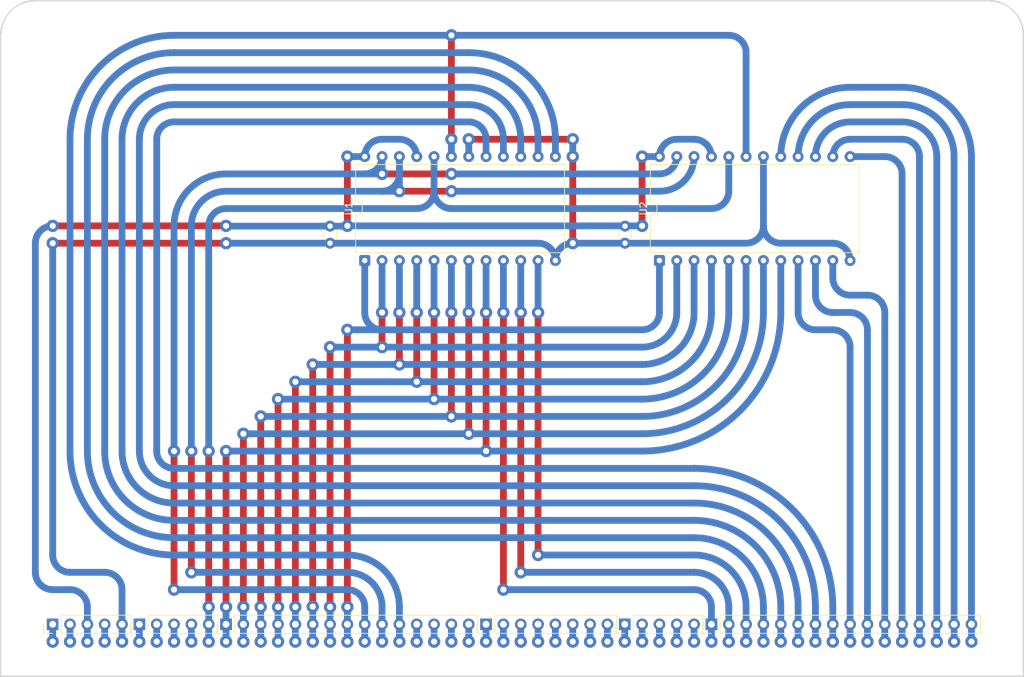
<source format=kicad_pcb>
(kicad_pcb (version 20241229) (generator "pcbnew") (generator_version "9.0")
  (layers (0 "F.Cu" signal) (2 "B.Cu" signal) (13 "F.Paste" user) (15 "B.Paste" user) (5 "F.SilkS" user "F.Silkscreen") (7 "B.SilkS" user "B.Silkscreen") (1 "F.Mask" user) (3 "B.Mask" user) (25 "Edge.Cuts" user))
  (net 0 "")
  (net 1 "GND")
  (net 2 "+5V")
  (net 3 "unconnected-(J1-Pin_1-Pad1)")
  (net 4 "unconnected-(J1-Pin_6-Pad6)")
  (net 5 "unconnected-(J1-Pin_8-Pad8)")
  (net 6 "unconnected-(J1-Pin_4-Pad4)")
  (net 7 "unconnected-(J1-Pin_3-Pad3)")
  (net 8 "unconnected-(J1-Pin_2-Pad2)")
  (net 9 "unconnected-(J1-Pin_7-Pad7)")
  (net 10 "unconnected-(J1-Pin_5-Pad5)")
  (net 11 "/AD3")
  (net 12 "/AD5")
  (net 13 "/AD6")
  (net 14 "/AD9")
  (net 15 "/AD14")
  (net 16 "/AD7")
  (net 17 "/AD8")
  (net 18 "/AD11")
  (net 19 "/AD15")
  (net 20 "/AD4")
  (net 21 "/AD12")
  (net 22 "/AD10")
  (net 23 "/AD2")
  (net 24 "/AD13")
  (net 25 "/AD1")
  (net 26 "/DA6")
  (net 27 "/DA1")
  (net 28 "/DA0")
  (net 29 "/DA3")
  (net 30 "/DA13")
  (net 31 "/DA14")
  (net 32 "/DA4")
  (net 33 "/DA10")
  (net 34 "/DA2")
  (net 35 "/DA9")
  (net 36 "/DA11")
  (net 37 "/DA12")
  (net 38 "/DA15")
  (net 39 "/DA8")
  (net 40 "/DA7")
  (net 41 "/DA5")
  (net 42 "unconnected-(J4-Pin_3-Pad3)")
  (net 43 "unconnected-(J4-Pin_4-Pad4)")
  (net 44 "unconnected-(J4-Pin_1-Pad1)")
  (net 45 "unconnected-(J4-Pin_5-Pad5)")
  (net 46 "unconnected-(J4-Pin_2-Pad2)")
  (net 47 "-12V")
  (net 48 "+12V")
  (net 49 "-5V")
  (net 50 "unconnected-(J7-Pin_1-Pad1)")
  (net 51 "unconnected-(J7-Pin_3-Pad3)")
  (net 52 "unconnected-(J7-Pin_4-Pad4)")
  (net 53 "unconnected-(J7-Pin_2-Pad2)")
  (net 54 "/ROM_OE")
  (footprint "Package_DIP:DIP-24_W15.24mm" (layer "F.Cu") (at 129.54 88.9 90)
    (property "Reference" "U1")
    (property "Value" "27C16")
  )
  (footprint "Package_DIP:DIP-24_W15.24mm" (layer "F.Cu") (at 172.72 88.9 90)
    (property "Reference" "U2")
    (property "Value" "27C16")
  )
  (footprint "Connector_PinHeader_2.54mm:PinHeader_1x05_P2.54mm_Vertical" (layer "F.Cu") (at 83.82 142.24 90)
    (property "Reference" "J5" (hide yes))
    (property "Value" "Conn_01x05_Pin" (hide yes))
  )
  (footprint "Connector_PinHeader_2.54mm:PinHeader_1x05_P2.54mm_Vertical" (layer "F.Cu") (at 96.52 142.24 90)
    (property "Reference" "J7" (hide yes))
    (property "Value" "Conn_01x05_Pin" (hide yes))
  )
  (footprint "Capacitor_THT:C_Disc_D3.0mm_W1.6mm_P2.50mm" (layer "F.Cu") (at 167.68 83.86 -90)
    (property "Reference" "C2" (hide yes))
    (property "Value" "C" (hide yes))
  )
  (footprint "Connector_PinHeader_2.54mm:PinHeader_1x05_P2.54mm_Vertical" (layer "F.Cu") (at 167.64 142.24 90)
    (property "Reference" "J4" (hide yes))
    (property "Value" "Conn_01x05_Pin" (hide yes))
  )
  (footprint "Capacitor_THT:C_Disc_D3.0mm_W1.6mm_P2.50mm" (layer "F.Cu") (at 124.46 83.86 -90)
    (property "Reference" "C1" (hide yes))
    (property "Value" "C" (hide yes))
  )
  (footprint "Connector_PinHeader_2.54mm:PinHeader_1x16_P2.54mm_Vertical" (layer "F.Cu") (at 180.34 142.24 90)
    (property "Reference" "J3" (hide yes))
    (property "Value" "Conn_01x16_Pin" (hide yes))
  )
  (footprint "Connector_PinHeader_2.54mm:PinHeader_1x15_P2.54mm_Vertical" (layer "F.Cu") (at 109.22 142.24 90)
    (property "Reference" "J2" (hide yes))
    (property "Value" "Conn_01x15_Pin" (hide yes))
  )
  (footprint "Connector_PinHeader_2.54mm:PinHeader_1x08_P2.54mm_Vertical" (layer "F.Cu") (at 147.32 142.24 90)
    (property "Reference" "J1" (hide yes))
    (property "Value" "Conn_01x08_Pin" (hide yes))
  )
  (gr_arc (start 76.2 55.88) (mid 77.687898 52.287898) (end 81.28 50.8) (stroke (width 0.2)) (layer "Edge.Cuts"))
  (gr_arc (start 220.98 50.8) (mid 224.572102 52.287898) (end 226.06 55.88) (stroke (width 0.2)) (layer "Edge.Cuts"))
  (gr_line (start 76.2 149.86) (end 226.06 149.86) (stroke (width 0.2)) (layer "Edge.Cuts"))
  (gr_line (start 226.06 149.86) (end 226.06 55.88) (stroke (width 0.2)) (layer "Edge.Cuts"))
  (gr_line (start 76.2 55.88) (end 76.2 149.86) (stroke (width 0.2)) (layer "Edge.Cuts"))
  (gr_line (start 220.98 50.8) (end 81.28 50.8) (stroke (width 0.2)) (layer "Edge.Cuts"))
  (segment (start 109.22 86.36) (end 83.82 86.36) (width 1) (layer "F.Cu") (net 1))
  (segment (start 160.02 73.66) (end 160.02 86.36) (width 1) (layer "F.Cu") (net 1))
  (segment (start 144.78 71.12) (end 160.02 71.12) (width 1) (layer "F.Cu") (net 1))
  (via (at 160.02 73.66) (size 1.8) (drill 0.9) (layers "F.Cu" "B.Cu") (net 1))
  (via (at 109.22 86.36) (size 1.8) (drill 0.9) (layers "F.Cu" "B.Cu") (net 1))
  (via (at 160.02 86.36) (size 1.8) (drill 0.9) (layers "F.Cu" "B.Cu") (net 1))
  (via (at 144.78 71.12) (size 1.8) (drill 0.9) (layers "F.Cu" "B.Cu") (net 1))
  (via (at 160.02 71.12) (size 1.8) (drill 0.9) (layers "F.Cu" "B.Cu") (net 1))
  (via (at 93.98 144.78) (size 1.8) (drill 0.9) (layers "F.Cu" "B.Cu") (net 1))
  (via (at 83.82 86.36) (size 1.8) (drill 0.9) (layers "F.Cu" "B.Cu") (net 1))
  (segment (start 185.42 86.36) (end 160.02 86.36) (width 1) (layer "B.Cu") (net 1))
  (segment (start 144.78 73.66) (end 144.78 71.12) (width 1) (layer "B.Cu") (net 1))
  (segment (start 187.96 73.66) (end 187.96 81.28) (width 1) (layer "B.Cu") (net 1))
  (segment (start 137.16 86.36) (end 109.22 86.36) (width 1) (layer "B.Cu") (net 1))
  (segment (start 93.98 137.16) (end 93.98 142.24) (width 1) (layer "B.Cu") (net 1))
  (segment (start 190.5 86.36) (end 198.12 86.36) (width 1) (layer "B.Cu") (net 1))
  (segment (start 93.98 144.78) (end 93.98 142.24) (width 1) (layer "B.Cu") (net 1))
  (segment (start 154.94 86.36) (end 137.16 86.36) (width 1) (layer "B.Cu") (net 1))
  (segment (start 187.96 81.28) (end 187.96 83.82) (width 1) (layer "B.Cu") (net 1))
  (segment (start 160.02 71.12) (end 160.02 73.66) (width 1) (layer "B.Cu") (net 1))
  (segment (start 83.82 86.36) (end 83.82 132.08) (width 1) (layer "B.Cu") (net 1))
  (segment (start 86.36 134.62) (end 91.44 134.62) (width 1) (layer "B.Cu") (net 1))
  (arc (start 91.44 134.62) (mid 93.236051 135.363949) (end 93.98 137.16) (width 1) (layer "B.Cu") (net 1))
  (arc (start 187.96 83.82) (mid 188.703949 85.616051) (end 190.5 86.36) (width 1) (layer "B.Cu") (net 1))
  (arc (start 83.82 132.08) (mid 84.563949 133.876051) (end 86.36 134.62) (width 1) (layer "B.Cu") (net 1))
  (arc (start 187.96 83.82) (mid 187.216051 85.616051) (end 185.42 86.36) (width 1) (layer "B.Cu") (net 1))
  (arc (start 157.48 88.9) (mid 156.736051 87.103949) (end 154.94 86.36) (width 1) (layer "B.Cu") (net 1))
  (arc (start 198.12 86.36) (mid 199.916051 87.103949) (end 200.66 88.9) (width 1) (layer "B.Cu") (net 1))
  (arc (start 160.02 86.36) (mid 158.223949 87.103949) (end 157.48 88.9) (width 1) (layer "B.Cu") (net 1))
  (segment (start 127 73.66) (end 127 83.82) (width 1) (layer "F.Cu") (net 2))
  (segment (start 109.22 83.82) (end 83.82 83.82) (width 1) (layer "F.Cu") (net 2))
  (segment (start 170.18 83.82) (end 170.18 73.66) (width 1) (layer "F.Cu") (net 2))
  (via (at 88.9 144.78) (size 1.8) (drill 0.9) (layers "F.Cu" "B.Cu") (net 2))
  (via (at 170.18 83.82) (size 1.8) (drill 0.9) (layers "F.Cu" "B.Cu") (net 2))
  (via (at 109.22 83.82) (size 1.8) (drill 0.9) (layers "F.Cu" "B.Cu") (net 2))
  (via (at 170.18 73.66) (size 1.8) (drill 0.9) (layers "F.Cu" "B.Cu") (net 2))
  (via (at 127 83.82) (size 1.8) (drill 0.9) (layers "F.Cu" "B.Cu") (net 2))
  (via (at 83.82 83.82) (size 1.8) (drill 0.9) (layers "F.Cu" "B.Cu") (net 2))
  (via (at 127 73.66) (size 1.8) (drill 0.9) (layers "F.Cu" "B.Cu") (net 2))
  (segment (start 134.62 71.12) (end 132.08 71.12) (width 1) (layer "B.Cu") (net 2))
  (segment (start 88.9 144.78) (end 88.9 142.24) (width 1) (layer "B.Cu") (net 2))
  (segment (start 81.28 134.62) (end 81.28 86.36) (width 1) (layer "B.Cu") (net 2))
  (segment (start 124.46 83.86) (end 126.96 83.86) (width 1) (layer "B.Cu") (net 2))
  (segment (start 177.8 71.12) (end 175.26 71.12) (width 1) (layer "B.Cu") (net 2))
  (segment (start 83.82 137.16) (end 86.36 137.16) (width 1) (layer "B.Cu") (net 2))
  (segment (start 127 83.82) (end 170.18 83.82) (width 1) (layer "B.Cu") (net 2))
  (segment (start 88.9 139.7) (end 88.9 142.24) (width 1) (layer "B.Cu") (net 2))
  (segment (start 129.54 73.66) (end 127 73.66) (width 1) (layer "B.Cu") (net 2))
  (segment (start 124.46 83.86) (end 109.26 83.86) (width 1) (layer "B.Cu") (net 2))
  (segment (start 170.18 73.66) (end 172.72 73.66) (width 1) (layer "B.Cu") (net 2))
  (arc (start 109.26 83.86) (mid 109.231716 83.848284) (end 109.22 83.82) (width 1) (layer "B.Cu") (net 2))
  (arc (start 126.96 83.86) (mid 126.988284 83.848284) (end 127 83.82) (width 1) (layer "B.Cu") (net 2))
  (arc (start 180.34 73.66) (mid 179.596051 71.863949) (end 177.8 71.12) (width 1) (layer "B.Cu") (net 2))
  (arc (start 83.82 137.16) (mid 82.023949 136.416051) (end 81.28 134.62) (width 1) (layer "B.Cu") (net 2))
  (arc (start 137.16 73.66) (mid 136.416051 71.863949) (end 134.62 71.12) (width 1) (layer "B.Cu") (net 2))
  (arc (start 86.36 137.16) (mid 88.156051 137.903949) (end 88.9 139.7) (width 1) (layer "B.Cu") (net 2))
  (arc (start 175.26 71.12) (mid 173.463949 71.863949) (end 172.72 73.66) (width 1) (layer "B.Cu") (net 2))
  (arc (start 83.82 83.82) (mid 82.023949 84.563949) (end 81.28 86.36) (width 1) (layer "B.Cu") (net 2))
  (arc (start 132.08 71.12) (mid 130.283949 71.863949) (end 129.54 73.66) (width 1) (layer "B.Cu") (net 2))
  (via (at 147.32 144.78) (size 1.8) (drill 0.9) (layers "F.Cu" "B.Cu") (net 3))
  (segment (start 147.32 144.78) (end 147.32 142.24) (width 1) (layer "B.Cu") (net 3))
  (via (at 160.02 144.78) (size 1.8) (drill 0.9) (layers "F.Cu" "B.Cu") (net 4))
  (segment (start 160.02 144.78) (end 160.02 142.24) (width 1) (layer "B.Cu") (net 4))
  (via (at 165.1 144.78) (size 1.8) (drill 0.9) (layers "F.Cu" "B.Cu") (net 5))
  (segment (start 165.1 144.78) (end 165.1 142.24) (width 1) (layer "B.Cu") (net 5))
  (via (at 154.94 144.78) (size 1.8) (drill 0.9) (layers "F.Cu" "B.Cu") (net 6))
  (segment (start 154.94 144.78) (end 154.94 142.24) (width 1) (layer "B.Cu") (net 6))
  (via (at 152.4 144.78) (size 1.8) (drill 0.9) (layers "F.Cu" "B.Cu") (net 7))
  (segment (start 152.4 144.78) (end 152.4 142.24) (width 1) (layer "B.Cu") (net 7))
  (via (at 149.86 144.78) (size 1.8) (drill 0.9) (layers "F.Cu" "B.Cu") (net 8))
  (segment (start 149.86 144.78) (end 149.86 142.24) (width 1) (layer "B.Cu") (net 8))
  (via (at 162.56 144.78) (size 1.8) (drill 0.9) (layers "F.Cu" "B.Cu") (net 9))
  (segment (start 162.56 144.78) (end 162.56 142.24) (width 1) (layer "B.Cu") (net 9))
  (via (at 157.48 144.78) (size 1.8) (drill 0.9) (layers "F.Cu" "B.Cu") (net 10))
  (segment (start 157.48 144.78) (end 157.48 142.24) (width 1) (layer "B.Cu") (net 10))
  (segment (start 142.24 111.76) (end 142.24 96.52) (width 1) (layer "F.Cu") (net 11))
  (segment (start 114.3 139.7) (end 114.3 111.76) (width 1) (layer "F.Cu") (net 11))
  (via (at 114.3 111.76) (size 1.8) (drill 0.9) (layers "F.Cu" "B.Cu") (net 11))
  (via (at 142.24 96.52) (size 1.8) (drill 0.9) (layers "F.Cu" "B.Cu") (net 11))
  (via (at 142.24 111.76) (size 1.8) (drill 0.9) (layers "F.Cu" "B.Cu") (net 11))
  (via (at 114.3 144.78) (size 1.8) (drill 0.9) (layers "F.Cu" "B.Cu") (net 11))
  (via (at 114.3 139.7) (size 1.8) (drill 0.9) (layers "F.Cu" "B.Cu") (net 11))
  (segment (start 114.3 111.76) (end 142.24 111.76) (width 1) (layer "B.Cu") (net 11))
  (segment (start 114.3 139.7) (end 114.3 142.24) (width 1) (layer "B.Cu") (net 11))
  (segment (start 185.42 96.52) (end 185.42 88.9) (width 1) (layer "B.Cu") (net 11))
  (segment (start 142.24 96.52) (end 142.24 88.9) (width 1) (layer "B.Cu") (net 11))
  (segment (start 114.3 144.78) (end 114.3 142.24) (width 1) (layer "B.Cu") (net 11))
  (segment (start 170.18 111.76) (end 142.24 111.76) (width 1) (layer "B.Cu") (net 11))
  (arc (start 170.18 111.76) (mid 180.956307 107.296307) (end 185.42 96.52) (width 1) (layer "B.Cu") (net 11))
  (segment (start 119.38 139.7) (end 119.38 106.68) (width 1) (layer "F.Cu") (net 12))
  (segment (start 137.16 106.68) (end 137.16 96.52) (width 1) (layer "F.Cu") (net 12))
  (via (at 119.38 106.68) (size 1.8) (drill 0.9) (layers "F.Cu" "B.Cu") (net 12))
  (via (at 137.16 96.52) (size 1.8) (drill 0.9) (layers "F.Cu" "B.Cu") (net 12))
  (via (at 137.16 106.68) (size 1.8) (drill 0.9) (layers "F.Cu" "B.Cu") (net 12))
  (via (at 119.38 144.78) (size 1.8) (drill 0.9) (layers "F.Cu" "B.Cu") (net 12))
  (via (at 119.38 139.7) (size 1.8) (drill 0.9) (layers "F.Cu" "B.Cu") (net 12))
  (segment (start 137.16 96.52) (end 137.16 88.9) (width 1) (layer "B.Cu") (net 12))
  (segment (start 119.38 144.78) (end 119.38 142.24) (width 1) (layer "B.Cu") (net 12))
  (segment (start 180.34 96.52) (end 180.34 88.9) (width 1) (layer "B.Cu") (net 12))
  (segment (start 119.38 139.7) (end 119.38 142.24) (width 1) (layer "B.Cu") (net 12))
  (segment (start 170.18 106.68) (end 137.16 106.68) (width 1) (layer "B.Cu") (net 12))
  (segment (start 119.38 106.68) (end 137.16 106.68) (width 1) (layer "B.Cu") (net 12))
  (arc (start 170.18 106.68) (mid 177.364205 103.704205) (end 180.34 96.52) (width 1) (layer "B.Cu") (net 12))
  (segment (start 121.92 139.654604) (end 121.92 104.14) (width 1) (layer "F.Cu") (net 13))
  (segment (start 134.62 104.14) (end 134.62 96.52) (width 1) (layer "F.Cu") (net 13))
  (via (at 134.62 104.14) (size 1.8) (drill 0.9) (layers "F.Cu" "B.Cu") (net 13))
  (via (at 121.92 139.654604) (size 1.8) (drill 0.9) (layers "F.Cu" "B.Cu") (net 13))
  (via (at 121.92 104.14) (size 1.8) (drill 0.9) (layers "F.Cu" "B.Cu") (net 13))
  (via (at 121.92 144.78) (size 1.8) (drill 0.9) (layers "F.Cu" "B.Cu") (net 13))
  (via (at 134.62 96.52) (size 1.8) (drill 0.9) (layers "F.Cu" "B.Cu") (net 13))
  (segment (start 177.8 88.9) (end 177.8 96.52) (width 1) (layer "B.Cu") (net 13))
  (segment (start 121.92 144.78) (end 121.92 142.24) (width 1) (layer "B.Cu") (net 13))
  (segment (start 121.92 142.24) (end 121.92 139.654604) (width 1) (layer "B.Cu") (net 13))
  (segment (start 121.92 104.14) (end 134.62 104.14) (width 1) (layer "B.Cu") (net 13))
  (segment (start 170.18 104.14) (end 134.62 104.14) (width 1) (layer "B.Cu") (net 13))
  (segment (start 134.62 96.52) (end 134.62 88.9) (width 1) (layer "B.Cu") (net 13))
  (arc (start 177.8 96.52) (mid 175.568154 101.908154) (end 170.18 104.14) (width 1) (layer "B.Cu") (net 13))
  (segment (start 101.6 116.84) (end 101.6 137.16) (width 1) (layer "F.Cu") (net 14))
  (segment (start 132.08 76.2) (end 142.24 76.2) (width 1) (layer "F.Cu") (net 14))
  (via (at 101.6 137.16) (size 1.8) (drill 0.9) (layers "F.Cu" "B.Cu") (net 14))
  (via (at 101.6 116.84) (size 1.8) (drill 0.9) (layers "F.Cu" "B.Cu") (net 14))
  (via (at 129.54 144.78) (size 1.8) (drill 0.9) (layers "F.Cu" "B.Cu") (net 14))
  (via (at 142.24 76.2) (size 1.8) (drill 0.9) (layers "F.Cu" "B.Cu") (net 14))
  (via (at 132.08 76.2) (size 1.8) (drill 0.9) (layers "F.Cu" "B.Cu") (net 14))
  (segment (start 129.54 139.7) (end 129.54 142.24) (width 1) (layer "B.Cu") (net 14))
  (segment (start 101.6 83.82) (end 101.6 116.84) (width 1) (layer "B.Cu") (net 14))
  (segment (start 132.08 76.2) (end 129.54 76.2) (width 1) (layer "B.Cu") (net 14))
  (segment (start 127 76.2) (end 109.22 76.2) (width 1) (layer "B.Cu") (net 14))
  (segment (start 132.08 73.66) (end 132.08 76.2) (width 1) (layer "B.Cu") (net 14))
  (segment (start 129.54 144.78) (end 129.54 142.24) (width 1) (layer "B.Cu") (net 14))
  (segment (start 129.54 76.2) (end 127 76.2) (width 1) (layer "B.Cu") (net 14))
  (segment (start 101.6 137.16) (end 127 137.16) (width 1) (layer "B.Cu") (net 14))
  (segment (start 142.24 76.2) (end 172.72 76.2) (width 1) (layer "B.Cu") (net 14))
  (arc (start 172.72 76.2) (mid 174.516051 75.456051) (end 175.26 73.66) (width 1) (layer "B.Cu") (net 14))
  (arc (start 127 137.16) (mid 128.796051 137.903949) (end 129.54 139.7) (width 1) (layer "B.Cu") (net 14))
  (arc (start 109.22 76.2) (mid 103.831846 78.431846) (end 101.6 83.82) (width 1) (layer "B.Cu") (net 14))
  (arc (start 132.08 73.66) (mid 131.336051 75.456051) (end 129.54 76.2) (width 1) (layer "B.Cu") (net 14))
  (via (at 142.24 144.78) (size 1.8) (drill 0.9) (layers "F.Cu" "B.Cu") (net 15))
  (segment (start 142.24 144.78) (end 142.24 142.24) (width 1) (layer "B.Cu") (net 15))
  (segment (start 132.08 96.52) (end 132.08 101.6) (width 1) (layer "F.Cu") (net 16))
  (segment (start 124.46 139.7) (end 124.46 101.6) (width 1) (layer "F.Cu") (net 16))
  (via (at 132.08 101.6) (size 1.8) (drill 0.9) (layers "F.Cu" "B.Cu") (net 16))
  (via (at 132.08 96.52) (size 1.8) (drill 0.9) (layers "F.Cu" "B.Cu") (net 16))
  (via (at 124.46 101.6) (size 1.8) (drill 0.9) (layers "F.Cu" "B.Cu") (net 16))
  (via (at 124.46 144.78) (size 1.8) (drill 0.9) (layers "F.Cu" "B.Cu") (net 16))
  (via (at 124.46 139.7) (size 1.8) (drill 0.9) (layers "F.Cu" "B.Cu") (net 16))
  (segment (start 124.46 144.78) (end 124.46 142.24) (width 1) (layer "B.Cu") (net 16))
  (segment (start 124.46 139.7) (end 124.46 142.24) (width 1) (layer "B.Cu") (net 16))
  (segment (start 175.26 96.52) (end 175.26 88.9) (width 1) (layer "B.Cu") (net 16))
  (segment (start 132.08 88.9) (end 132.08 96.52) (width 1) (layer "B.Cu") (net 16))
  (segment (start 124.46 101.6) (end 132.08 101.6) (width 1) (layer "B.Cu") (net 16))
  (segment (start 132.08 101.6) (end 170.18 101.6) (width 1) (layer "B.Cu") (net 16))
  (arc (start 170.18 101.6) (mid 173.772102 100.112102) (end 175.26 96.52) (width 1) (layer "B.Cu") (net 16))
  (segment (start 127 139.7) (end 127 99.06) (width 1) (layer "F.Cu") (net 17))
  (via (at 127 99.06) (size 1.8) (drill 0.9) (layers "F.Cu" "B.Cu") (net 17))
  (via (at 127 144.78) (size 1.8) (drill 0.9) (layers "F.Cu" "B.Cu") (net 17))
  (via (at 127 139.7) (size 1.8) (drill 0.9) (layers "F.Cu" "B.Cu") (net 17))
  (segment (start 127 144.78) (end 127 142.24) (width 1) (layer "B.Cu") (net 17))
  (segment (start 127 99.06) (end 132.08 99.06) (width 1) (layer "B.Cu") (net 17))
  (segment (start 172.72 88.9) (end 172.72 96.52) (width 1) (layer "B.Cu") (net 17))
  (segment (start 129.54 96.52) (end 129.54 88.9) (width 1) (layer "B.Cu") (net 17))
  (segment (start 127 142.24) (end 127 139.7) (width 1) (layer "B.Cu") (net 17))
  (segment (start 170.18 99.06) (end 132.08 99.06) (width 1) (layer "B.Cu") (net 17))
  (arc (start 172.72 96.52) (mid 171.976051 98.316051) (end 170.18 99.06) (width 1) (layer "B.Cu") (net 17))
  (arc (start 132.08 99.06) (mid 130.283949 98.316051) (end 129.54 96.52) (width 1) (layer "B.Cu") (net 17))
  (segment (start 142.24 71.12) (end 142.24 55.88) (width 1) (layer "F.Cu") (net 18))
  (via (at 142.24 71.12) (size 1.8) (drill 0.9) (layers "F.Cu" "B.Cu") (net 18))
  (via (at 134.62 144.78) (size 1.8) (drill 0.9) (layers "F.Cu" "B.Cu") (net 18))
  (via (at 142.24 55.88) (size 1.8) (drill 0.9) (layers "F.Cu" "B.Cu") (net 18))
  (segment (start 86.36 71.12) (end 86.36 116.84) (width 1) (layer "B.Cu") (net 18))
  (segment (start 134.62 139.7) (end 134.62 142.24) (width 1) (layer "B.Cu") (net 18))
  (segment (start 134.62 144.78) (end 134.62 142.24) (width 1) (layer "B.Cu") (net 18))
  (segment (start 101.6 132.08) (end 127 132.08) (width 1) (layer "B.Cu") (net 18))
  (segment (start 185.42 58.42) (end 185.42 73.66) (width 1) (layer "B.Cu") (net 18))
  (segment (start 142.24 73.66) (end 142.24 71.12) (width 1) (layer "B.Cu") (net 18))
  (segment (start 142.24 55.88) (end 101.6 55.88) (width 1) (layer "B.Cu") (net 18))
  (segment (start 142.24 55.88) (end 182.88 55.88) (width 1) (layer "B.Cu") (net 18))
  (arc (start 127 132.08) (mid 132.388154 134.311846) (end 134.62 139.7) (width 1) (layer "B.Cu") (net 18))
  (arc (start 182.88 55.88) (mid 184.676051 56.623949) (end 185.42 58.42) (width 1) (layer "B.Cu") (net 18))
  (arc (start 86.36 116.84) (mid 90.823693 127.616307) (end 101.6 132.08) (width 1) (layer "B.Cu") (net 18))
  (arc (start 101.6 55.88) (mid 90.823693 60.343693) (end 86.36 71.12) (width 1) (layer "B.Cu") (net 18))
  (via (at 144.78 144.78) (size 1.8) (drill 0.9) (layers "F.Cu" "B.Cu") (net 19))
  (segment (start 144.78 144.78) (end 144.78 142.24) (width 1) (layer "B.Cu") (net 19))
  (segment (start 116.84 139.7) (end 116.84 109.22) (width 1) (layer "F.Cu") (net 20))
  (segment (start 139.7 96.52) (end 139.7 109.22) (width 1) (layer "F.Cu") (net 20))
  (via (at 139.7 96.52) (size 1.8) (drill 0.9) (layers "F.Cu" "B.Cu") (net 20))
  (via (at 116.84 109.22) (size 1.8) (drill 0.9) (layers "F.Cu" "B.Cu") (net 20))
  (via (at 139.7 109.22) (size 1.8) (drill 0.9) (layers "F.Cu" "B.Cu") (net 20))
  (via (at 116.84 144.78) (size 1.8) (drill 0.9) (layers "F.Cu" "B.Cu") (net 20))
  (via (at 116.84 139.7) (size 1.8) (drill 0.9) (layers "F.Cu" "B.Cu") (net 20))
  (segment (start 116.84 144.78) (end 116.84 142.24) (width 1) (layer "B.Cu") (net 20))
  (segment (start 139.7 88.9) (end 139.7 96.52) (width 1) (layer "B.Cu") (net 20))
  (segment (start 139.7 109.22) (end 170.18 109.22) (width 1) (layer "B.Cu") (net 20))
  (segment (start 116.84 109.22) (end 139.7 109.22) (width 1) (layer "B.Cu") (net 20))
  (segment (start 116.84 142.24) (end 116.84 139.7) (width 1) (layer "B.Cu") (net 20))
  (segment (start 182.88 88.9) (end 182.88 96.52) (width 1) (layer "B.Cu") (net 20))
  (arc (start 182.88 96.52) (mid 179.160256 105.500256) (end 170.18 109.22) (width 1) (layer "B.Cu") (net 20))
  (via (at 137.16 144.78) (size 1.8) (drill 0.9) (layers "F.Cu" "B.Cu") (net 21))
  (segment (start 137.16 144.78) (end 137.16 142.24) (width 1) (layer "B.Cu") (net 21))
  (segment (start 104.14 134.62) (end 104.14 116.84) (width 1) (layer "F.Cu") (net 22))
  (segment (start 142.24 78.74) (end 134.62 78.74) (width 1) (layer "F.Cu") (net 22))
  (via (at 134.62 78.74) (size 1.8) (drill 0.9) (layers "F.Cu" "B.Cu") (net 22))
  (via (at 142.24 78.74) (size 1.8) (drill 0.9) (layers "F.Cu" "B.Cu") (net 22))
  (via (at 104.14 116.84) (size 1.8) (drill 0.9) (layers "F.Cu" "B.Cu") (net 22))
  (via (at 104.14 134.62) (size 1.8) (drill 0.9) (layers "F.Cu" "B.Cu") (net 22))
  (via (at 132.08 144.78) (size 1.8) (drill 0.9) (layers "F.Cu" "B.Cu") (net 22))
  (segment (start 134.62 78.74) (end 132.08 78.74) (width 1) (layer "B.Cu") (net 22))
  (segment (start 134.62 78.74) (end 134.62 73.66) (width 1) (layer "B.Cu") (net 22))
  (segment (start 104.14 116.84) (end 104.14 83.82) (width 1) (layer "B.Cu") (net 22))
  (segment (start 172.72 78.74) (end 170.18 78.74) (width 1) (layer "B.Cu") (net 22))
  (segment (start 170.18 78.74) (end 142.24 78.74) (width 1) (layer "B.Cu") (net 22))
  (segment (start 106.68 134.62) (end 104.14 134.62) (width 1) (layer "B.Cu") (net 22))
  (segment (start 132.08 78.74) (end 109.22 78.74) (width 1) (layer "B.Cu") (net 22))
  (segment (start 127 134.62) (end 106.68 134.62) (width 1) (layer "B.Cu") (net 22))
  (segment (start 134.62 73.66) (end 134.62 76.2) (width 1) (layer "B.Cu") (net 22))
  (segment (start 132.08 142.24) (end 132.08 139.7) (width 1) (layer "B.Cu") (net 22))
  (segment (start 132.08 144.78) (end 132.08 142.24) (width 1) (layer "B.Cu") (net 22))
  (arc (start 109.22 78.74) (mid 105.627898 80.227898) (end 104.14 83.82) (width 1) (layer "B.Cu") (net 22))
  (arc (start 177.8 73.66) (mid 176.312102 77.252102) (end 172.72 78.74) (width 1) (layer "B.Cu") (net 22))
  (arc (start 132.08 139.7) (mid 130.592102 136.107898) (end 127 134.62) (width 1) (layer "B.Cu") (net 22))
  (arc (start 134.62 76.2) (mid 133.876051 77.996051) (end 132.08 78.74) (width 1) (layer "B.Cu") (net 22))
  (segment (start 111.76 139.7) (end 111.76 114.3) (width 1) (layer "F.Cu") (net 23))
  (segment (start 144.78 96.52) (end 144.78 114.3) (width 1) (layer "F.Cu") (net 23))
  (via (at 144.78 96.52) (size 1.8) (drill 0.9) (layers "F.Cu" "B.Cu") (net 23))
  (via (at 111.76 139.7) (size 1.8) (drill 0.9) (layers "F.Cu" "B.Cu") (net 23))
  (via (at 111.76 144.78) (size 1.8) (drill 0.9) (layers "F.Cu" "B.Cu") (net 23))
  (via (at 111.76 114.3) (size 1.8) (drill 0.9) (layers "F.Cu" "B.Cu") (net 23))
  (via (at 144.78 114.3) (size 1.8) (drill 0.9) (layers "F.Cu" "B.Cu") (net 23))
  (segment (start 111.76 114.3) (end 144.78 114.3) (width 1) (layer "B.Cu") (net 23))
  (segment (start 111.76 144.78) (end 111.76 142.24) (width 1) (layer "B.Cu") (net 23))
  (segment (start 144.78 88.9) (end 144.78 96.52) (width 1) (layer "B.Cu") (net 23))
  (segment (start 144.78 114.3) (end 170.18 114.3) (width 1) (layer "B.Cu") (net 23))
  (segment (start 187.96 96.52) (end 187.96 88.9) (width 1) (layer "B.Cu") (net 23))
  (segment (start 111.76 139.7) (end 111.76 142.24) (width 1) (layer "B.Cu") (net 23))
  (arc (start 170.18 114.3) (mid 182.752359 109.092359) (end 187.96 96.52) (width 1) (layer "B.Cu") (net 23))
  (via (at 139.7 144.78) (size 1.8) (drill 0.9) (layers "F.Cu" "B.Cu") (net 24))
  (segment (start 139.7 144.78) (end 139.7 142.24) (width 1) (layer "B.Cu") (net 24))
  (segment (start 109.22 139.7) (end 109.22 116.84) (width 1) (layer "F.Cu") (net 25))
  (segment (start 147.32 116.84) (end 147.32 96.52) (width 1) (layer "F.Cu") (net 25))
  (via (at 147.32 116.84) (size 1.8) (drill 0.9) (layers "F.Cu" "B.Cu") (net 25))
  (via (at 109.22 144.78) (size 1.8) (drill 0.9) (layers "F.Cu" "B.Cu") (net 25))
  (via (at 109.22 116.84) (size 1.8) (drill 0.9) (layers "F.Cu" "B.Cu") (net 25))
  (via (at 147.32 96.52) (size 1.8) (drill 0.9) (layers "F.Cu" "B.Cu") (net 25))
  (via (at 109.22 139.7) (size 1.8) (drill 0.9) (layers "F.Cu" "B.Cu") (net 25))
  (segment (start 190.5 88.9) (end 190.5 96.52) (width 1) (layer "B.Cu") (net 25))
  (segment (start 109.22 139.7) (end 109.22 142.24) (width 1) (layer "B.Cu") (net 25))
  (segment (start 147.32 96.52) (end 147.32 88.9) (width 1) (layer "B.Cu") (net 25))
  (segment (start 170.18 116.84) (end 147.32 116.84) (width 1) (layer "B.Cu") (net 25))
  (segment (start 109.22 144.78) (end 109.22 142.24) (width 1) (layer "B.Cu") (net 25))
  (segment (start 111.76 116.84) (end 109.22 116.84) (width 1) (layer "B.Cu") (net 25))
  (segment (start 111.76 116.84) (end 147.32 116.84) (width 1) (layer "B.Cu") (net 25))
  (arc (start 190.5 96.52) (mid 184.54841 110.88841) (end 170.18 116.84) (width 1) (layer "B.Cu") (net 25))
  (via (at 195.58 144.78) (size 1.8) (drill 0.9) (layers "F.Cu" "B.Cu") (net 26))
  (segment (start 195.58 144.78) (end 195.58 142.24) (width 1) (layer "B.Cu") (net 26))
  (segment (start 101.6 121.92) (end 177.8 121.92) (width 1) (layer "B.Cu") (net 26))
  (segment (start 149.86 73.66) (end 149.86 71.12) (width 1) (layer "B.Cu") (net 26))
  (segment (start 195.58 139.7) (end 195.58 142.24) (width 1) (layer "B.Cu") (net 26))
  (segment (start 96.52 71.12) (end 96.52 116.84) (width 1) (layer "B.Cu") (net 26))
  (segment (start 144.78 66.04) (end 101.6 66.04) (width 1) (layer "B.Cu") (net 26))
  (arc (start 177.8 121.92) (mid 190.372359 127.127641) (end 195.58 139.7) (width 1) (layer "B.Cu") (net 26))
  (arc (start 149.86 71.12) (mid 148.372102 67.527898) (end 144.78 66.04) (width 1) (layer "B.Cu") (net 26))
  (arc (start 96.52 116.84) (mid 98.007898 120.432102) (end 101.6 121.92) (width 1) (layer "B.Cu") (net 26))
  (arc (start 101.6 66.04) (mid 98.007898 67.527898) (end 96.52 71.12) (width 1) (layer "B.Cu") (net 26))
  (segment (start 152.4 134.62) (end 152.4 96.52) (width 1) (layer "F.Cu") (net 27))
  (via (at 152.4 134.62) (size 1.8) (drill 0.9) (layers "F.Cu" "B.Cu") (net 27))
  (via (at 152.4 96.52) (size 1.8) (drill 0.9) (layers "F.Cu" "B.Cu") (net 27))
  (via (at 182.88 144.78) (size 1.8) (drill 0.9) (layers "F.Cu" "B.Cu") (net 27))
  (segment (start 182.88 142.24) (end 182.88 139.7) (width 1) (layer "B.Cu") (net 27))
  (segment (start 177.8 134.62) (end 152.4 134.62) (width 1) (layer "B.Cu") (net 27))
  (segment (start 182.88 144.78) (end 182.88 142.24) (width 1) (layer "B.Cu") (net 27))
  (segment (start 152.4 88.9) (end 152.4 96.52) (width 1) (layer "B.Cu") (net 27))
  (arc (start 182.88 139.7) (mid 181.392102 136.107898) (end 177.8 134.62) (width 1) (layer "B.Cu") (net 27))
  (segment (start 149.86 96.52) (end 149.86 137.16) (width 1) (layer "F.Cu") (net 28))
  (via (at 180.34 144.78) (size 1.8) (drill 0.9) (layers "F.Cu" "B.Cu") (net 28))
  (via (at 149.86 137.16) (size 1.8) (drill 0.9) (layers "F.Cu" "B.Cu") (net 28))
  (via (at 149.86 96.52) (size 1.8) (drill 0.9) (layers "F.Cu" "B.Cu") (net 28))
  (segment (start 180.34 139.7) (end 180.34 142.24) (width 1) (layer "B.Cu") (net 28))
  (segment (start 149.86 96.52) (end 149.86 88.9) (width 1) (layer "B.Cu") (net 28))
  (segment (start 149.86 137.16) (end 177.8 137.16) (width 1) (layer "B.Cu") (net 28))
  (segment (start 180.34 144.78) (end 180.34 142.24) (width 1) (layer "B.Cu") (net 28))
  (arc (start 177.8 137.16) (mid 179.596051 137.903949) (end 180.34 139.7) (width 1) (layer "B.Cu") (net 28))
  (via (at 187.96 144.78) (size 1.8) (drill 0.9) (layers "F.Cu" "B.Cu") (net 29))
  (segment (start 177.8 129.54) (end 106.68 129.54) (width 1) (layer "B.Cu") (net 29))
  (segment (start 187.96 142.24) (end 187.96 139.7) (width 1) (layer "B.Cu") (net 29))
  (segment (start 101.6 58.42) (end 144.78 58.42) (width 1) (layer "B.Cu") (net 29))
  (segment (start 106.68 129.54) (end 101.6 129.54) (width 1) (layer "B.Cu") (net 29))
  (segment (start 88.9 116.84) (end 88.9 71.12) (width 1) (layer "B.Cu") (net 29))
  (segment (start 157.48 71.12) (end 157.48 73.66) (width 1) (layer "B.Cu") (net 29))
  (segment (start 187.96 144.78) (end 187.96 142.24) (width 1) (layer "B.Cu") (net 29))
  (arc (start 101.6 129.54) (mid 92.619744 125.820256) (end 88.9 116.84) (width 1) (layer "B.Cu") (net 29))
  (arc (start 187.96 139.7) (mid 184.984205 132.515795) (end 177.8 129.54) (width 1) (layer "B.Cu") (net 29))
  (arc (start 144.78 58.42) (mid 153.760256 62.139744) (end 157.48 71.12) (width 1) (layer "B.Cu") (net 29))
  (arc (start 88.9 71.12) (mid 92.619744 62.139744) (end 101.6 58.42) (width 1) (layer "B.Cu") (net 29))
  (via (at 213.36 144.78) (size 1.8) (drill 0.9) (layers "F.Cu" "B.Cu") (net 30))
  (segment (start 213.36 142.24) (end 213.36 73.66) (width 1) (layer "B.Cu") (net 30))
  (segment (start 208.28 68.58) (end 200.66 68.58) (width 1) (layer "B.Cu") (net 30))
  (segment (start 213.36 144.78) (end 213.36 142.24) (width 1) (layer "B.Cu") (net 30))
  (arc (start 213.36 73.66) (mid 211.872102 70.067898) (end 208.28 68.58) (width 1) (layer "B.Cu") (net 30))
  (arc (start 200.66 68.58) (mid 197.067898 70.067898) (end 195.58 73.66) (width 1) (layer "B.Cu") (net 30))
  (via (at 215.9 144.78) (size 1.8) (drill 0.9) (layers "F.Cu" "B.Cu") (net 31))
  (segment (start 200.66 66.04) (end 208.28 66.04) (width 1) (layer "B.Cu") (net 31))
  (segment (start 215.9 144.78) (end 215.9 142.24) (width 1) (layer "B.Cu") (net 31))
  (segment (start 215.9 73.66) (end 215.9 142.24) (width 1) (layer "B.Cu") (net 31))
  (arc (start 193.04 73.66) (mid 195.271846 68.271846) (end 200.66 66.04) (width 1) (layer "B.Cu") (net 31))
  (arc (start 208.28 66.04) (mid 213.668154 68.271846) (end 215.9 73.66) (width 1) (layer "B.Cu") (net 31))
  (via (at 190.5 144.78) (size 1.8) (drill 0.9) (layers "F.Cu" "B.Cu") (net 32))
  (segment (start 154.94 73.66) (end 154.94 71.12) (width 1) (layer "B.Cu") (net 32))
  (segment (start 144.78 60.96) (end 101.6 60.96) (width 1) (layer "B.Cu") (net 32))
  (segment (start 190.5 139.7) (end 190.5 142.24) (width 1) (layer "B.Cu") (net 32))
  (segment (start 101.6 127) (end 177.8 127) (width 1) (layer "B.Cu") (net 32))
  (segment (start 190.5 144.78) (end 190.5 142.24) (width 1) (layer "B.Cu") (net 32))
  (segment (start 91.44 71.12) (end 91.44 116.84) (width 1) (layer "B.Cu") (net 32))
  (arc (start 154.94 71.12) (mid 151.964205 63.935795) (end 144.78 60.96) (width 1) (layer "B.Cu") (net 32))
  (arc (start 91.44 116.84) (mid 94.415795 124.024205) (end 101.6 127) (width 1) (layer "B.Cu") (net 32))
  (arc (start 177.8 127) (mid 186.780256 130.719744) (end 190.5 139.7) (width 1) (layer "B.Cu") (net 32))
  (arc (start 101.6 60.96) (mid 94.415795 63.935795) (end 91.44 71.12) (width 1) (layer "B.Cu") (net 32))
  (via (at 205.74 144.78) (size 1.8) (drill 0.9) (layers "F.Cu" "B.Cu") (net 33))
  (segment (start 205.74 96.52) (end 205.74 142.24) (width 1) (layer "B.Cu") (net 33))
  (segment (start 198.12 88.9) (end 198.12 91.44) (width 1) (layer "B.Cu") (net 33))
  (segment (start 205.74 144.78) (end 205.74 142.24) (width 1) (layer "B.Cu") (net 33))
  (segment (start 200.66 93.98) (end 203.2 93.98) (width 1) (layer "B.Cu") (net 33))
  (arc (start 198.12 91.44) (mid 198.863949 93.236051) (end 200.66 93.98) (width 1) (layer "B.Cu") (net 33))
  (arc (start 203.2 93.98) (mid 204.996051 94.723949) (end 205.74 96.52) (width 1) (layer "B.Cu") (net 33))
  (segment (start 154.94 96.52) (end 154.94 132.08) (width 1) (layer "F.Cu") (net 34))
  (via (at 185.42 144.78) (size 1.8) (drill 0.9) (layers "F.Cu" "B.Cu") (net 34))
  (via (at 154.94 132.08) (size 1.8) (drill 0.9) (layers "F.Cu" "B.Cu") (net 34))
  (via (at 154.94 96.52) (size 1.8) (drill 0.9) (layers "F.Cu" "B.Cu") (net 34))
  (segment (start 185.42 139.7) (end 185.42 142.24) (width 1) (layer "B.Cu") (net 34))
  (segment (start 185.42 144.78) (end 185.42 142.24) (width 1) (layer "B.Cu") (net 34))
  (segment (start 177.8 132.08) (end 154.94 132.08) (width 1) (layer "B.Cu") (net 34))
  (segment (start 154.94 88.9) (end 154.94 96.52) (width 1) (layer "B.Cu") (net 34))
  (arc (start 177.8 132.08) (mid 183.188154 134.311846) (end 185.42 139.7) (width 1) (layer "B.Cu") (net 34))
  (via (at 203.2 144.78) (size 1.8) (drill 0.9) (layers "F.Cu" "B.Cu") (net 35))
  (segment (start 203.2 144.78) (end 203.2 142.24) (width 1) (layer "B.Cu") (net 35))
  (segment (start 195.58 88.9) (end 195.58 93.98) (width 1) (layer "B.Cu") (net 35))
  (segment (start 203.2 99.06) (end 203.2 142.24) (width 1) (layer "B.Cu") (net 35))
  (segment (start 198.12 96.52) (end 200.66 96.52) (width 1) (layer "B.Cu") (net 35))
  (arc (start 200.66 96.52) (mid 202.456051 97.263949) (end 203.2 99.06) (width 1) (layer "B.Cu") (net 35))
  (arc (start 195.58 93.98) (mid 196.323949 95.776051) (end 198.12 96.52) (width 1) (layer "B.Cu") (net 35))
  (via (at 208.28 144.78) (size 1.8) (drill 0.9) (layers "F.Cu" "B.Cu") (net 36))
  (segment (start 208.28 144.78) (end 208.28 142.24) (width 1) (layer "B.Cu") (net 36))
  (segment (start 208.28 142.24) (end 208.28 76.2) (width 1) (layer "B.Cu") (net 36))
  (segment (start 205.74 73.66) (end 200.66 73.66) (width 1) (layer "B.Cu") (net 36))
  (arc (start 208.28 76.2) (mid 207.536051 74.403949) (end 205.74 73.66) (width 1) (layer "B.Cu") (net 36))
  (via (at 210.82 144.78) (size 1.8) (drill 0.9) (layers "F.Cu" "B.Cu") (net 37))
  (segment (start 210.82 73.66) (end 210.82 142.24) (width 1) (layer "B.Cu") (net 37))
  (segment (start 200.66 71.12) (end 208.28 71.12) (width 1) (layer "B.Cu") (net 37))
  (segment (start 210.82 144.78) (end 210.82 142.24) (width 1) (layer "B.Cu") (net 37))
  (arc (start 208.28 71.12) (mid 210.076051 71.863949) (end 210.82 73.66) (width 1) (layer "B.Cu") (net 37))
  (arc (start 198.12 73.66) (mid 198.863949 71.863949) (end 200.66 71.12) (width 1) (layer "B.Cu") (net 37))
  (via (at 218.44 144.78) (size 1.8) (drill 0.9) (layers "F.Cu" "B.Cu") (net 38))
  (segment (start 208.28 63.5) (end 200.66 63.5) (width 1) (layer "B.Cu") (net 38))
  (segment (start 218.44 142.24) (end 218.44 73.66) (width 1) (layer "B.Cu") (net 38))
  (segment (start 218.44 144.78) (end 218.44 142.24) (width 1) (layer "B.Cu") (net 38))
  (arc (start 218.44 73.66) (mid 215.464205 66.475795) (end 208.28 63.5) (width 1) (layer "B.Cu") (net 38))
  (arc (start 200.66 63.5) (mid 193.475795 66.475795) (end 190.5 73.66) (width 1) (layer "B.Cu") (net 38))
  (via (at 200.66 144.78) (size 1.8) (drill 0.9) (layers "F.Cu" "B.Cu") (net 39))
  (segment (start 200.66 142.24) (end 200.66 101.6) (width 1) (layer "B.Cu") (net 39))
  (segment (start 193.04 96.52) (end 193.04 88.9) (width 1) (layer "B.Cu") (net 39))
  (segment (start 198.12 99.06) (end 195.58 99.06) (width 1) (layer "B.Cu") (net 39))
  (segment (start 200.66 144.78) (end 200.66 142.24) (width 1) (layer "B.Cu") (net 39))
  (arc (start 195.58 99.06) (mid 193.783949 98.316051) (end 193.04 96.52) (width 1) (layer "B.Cu") (net 39))
  (arc (start 200.66 101.6) (mid 199.916051 99.803949) (end 198.12 99.06) (width 1) (layer "B.Cu") (net 39))
  (via (at 198.12 144.78) (size 1.8) (drill 0.9) (layers "F.Cu" "B.Cu") (net 40))
  (segment (start 147.32 71.12) (end 147.32 73.66) (width 1) (layer "B.Cu") (net 40))
  (segment (start 99.06 116.84) (end 99.06 71.12) (width 1) (layer "B.Cu") (net 40))
  (segment (start 198.12 142.24) (end 198.12 139.7) (width 1) (layer "B.Cu") (net 40))
  (segment (start 177.8 119.38) (end 101.6 119.38) (width 1) (layer "B.Cu") (net 40))
  (segment (start 198.12 144.78) (end 198.12 142.24) (width 1) (layer "B.Cu") (net 40))
  (segment (start 101.6 68.58) (end 144.78 68.58) (width 1) (layer "B.Cu") (net 40))
  (arc (start 101.6 119.38) (mid 99.803949 118.636051) (end 99.06 116.84) (width 1) (layer "B.Cu") (net 40))
  (arc (start 198.12 139.7) (mid 192.16841 125.33159) (end 177.8 119.38) (width 1) (layer "B.Cu") (net 40))
  (arc (start 144.78 68.58) (mid 146.576051 69.323949) (end 147.32 71.12) (width 1) (layer "B.Cu") (net 40))
  (arc (start 99.06 71.12) (mid 99.803949 69.323949) (end 101.6 68.58) (width 1) (layer "B.Cu") (net 40))
  (via (at 193.04 144.78) (size 1.8) (drill 0.9) (layers "F.Cu" "B.Cu") (net 41))
  (segment (start 177.8 124.46) (end 101.6 124.46) (width 1) (layer "B.Cu") (net 41))
  (segment (start 101.6 63.5) (end 144.78 63.5) (width 1) (layer "B.Cu") (net 41))
  (segment (start 193.04 142.24) (end 193.04 139.7) (width 1) (layer "B.Cu") (net 41))
  (segment (start 152.4 71.12) (end 152.4 73.66) (width 1) (layer "B.Cu") (net 41))
  (segment (start 93.98 116.84) (end 93.98 71.12) (width 1) (layer "B.Cu") (net 41))
  (segment (start 193.04 144.78) (end 193.04 142.24) (width 1) (layer "B.Cu") (net 41))
  (arc (start 93.98 71.12) (mid 96.211846 65.731846) (end 101.6 63.5) (width 1) (layer "B.Cu") (net 41))
  (arc (start 193.04 139.7) (mid 188.576307 128.923693) (end 177.8 124.46) (width 1) (layer "B.Cu") (net 41))
  (arc (start 101.6 124.46) (mid 96.211846 122.228154) (end 93.98 116.84) (width 1) (layer "B.Cu") (net 41))
  (arc (start 144.78 63.5) (mid 150.168154 65.731846) (end 152.4 71.12) (width 1) (layer "B.Cu") (net 41))
  (via (at 172.72 144.78) (size 1.8) (drill 0.9) (layers "F.Cu" "B.Cu") (net 42))
  (segment (start 172.72 144.78) (end 172.72 142.24) (width 1) (layer "B.Cu") (net 42))
  (via (at 175.26 144.78) (size 1.8) (drill 0.9) (layers "F.Cu" "B.Cu") (net 43))
  (segment (start 175.26 144.78) (end 175.26 142.24) (width 1) (layer "B.Cu") (net 43))
  (via (at 167.64 144.78) (size 1.8) (drill 0.9) (layers "F.Cu" "B.Cu") (net 44))
  (segment (start 167.64 144.78) (end 167.64 142.24) (width 1) (layer "B.Cu") (net 44))
  (via (at 177.8 144.78) (size 1.8) (drill 0.9) (layers "F.Cu" "B.Cu") (net 45))
  (segment (start 177.8 144.78) (end 177.8 142.24) (width 1) (layer "B.Cu") (net 45))
  (via (at 170.18 144.78) (size 1.8) (drill 0.9) (layers "F.Cu" "B.Cu") (net 46))
  (segment (start 170.18 144.78) (end 170.18 142.24) (width 1) (layer "B.Cu") (net 46))
  (via (at 91.44 144.78) (size 1.8) (drill 0.9) (layers "F.Cu" "B.Cu") (net 47))
  (segment (start 91.44 144.78) (end 91.44 142.24) (width 1) (layer "B.Cu") (net 47))
  (via (at 83.82 144.78) (size 1.8) (drill 0.9) (layers "F.Cu" "B.Cu") (net 48))
  (segment (start 83.82 144.78) (end 83.82 142.24) (width 1) (layer "B.Cu") (net 48))
  (via (at 86.36 144.78) (size 1.8) (drill 0.9) (layers "F.Cu" "B.Cu") (net 49))
  (segment (start 86.36 144.78) (end 86.36 142.24) (width 1) (layer "B.Cu") (net 49))
  (via (at 96.52 144.78) (size 1.8) (drill 0.9) (layers "F.Cu" "B.Cu") (net 50))
  (segment (start 96.52 144.78) (end 96.52 142.24) (width 1) (layer "B.Cu") (net 50))
  (via (at 101.6 144.78) (size 1.8) (drill 0.9) (layers "F.Cu" "B.Cu") (net 51))
  (segment (start 101.6 144.78) (end 101.6 142.24) (width 1) (layer "B.Cu") (net 51))
  (via (at 104.14 144.78) (size 1.8) (drill 0.9) (layers "F.Cu" "B.Cu") (net 52))
  (segment (start 104.14 144.78) (end 104.14 142.24) (width 1) (layer "B.Cu") (net 52))
  (via (at 99.06 144.78) (size 1.8) (drill 0.9) (layers "F.Cu" "B.Cu") (net 53))
  (segment (start 99.06 144.78) (end 99.06 142.24) (width 1) (layer "B.Cu") (net 53))
  (segment (start 106.68 139.7) (end 106.68 116.84) (width 1) (layer "F.Cu") (net 54))
  (via (at 106.68 116.84) (size 1.8) (drill 0.9) (layers "F.Cu" "B.Cu") (net 54))
  (via (at 106.68 144.78) (size 1.8) (drill 0.9) (layers "F.Cu" "B.Cu") (net 54))
  (via (at 106.68 139.7) (size 1.8) (drill 0.9) (layers "F.Cu" "B.Cu") (net 54))
  (segment (start 142.24 81.28) (end 180.34 81.28) (width 1) (layer "B.Cu") (net 54))
  (segment (start 139.7 76.2) (end 139.7 73.66) (width 1) (layer "B.Cu") (net 54))
  (segment (start 182.88 78.74) (end 182.88 73.66) (width 1) (layer "B.Cu") (net 54))
  (segment (start 106.68 142.24) (end 106.68 139.7) (width 1) (layer "B.Cu") (net 54))
  (segment (start 139.7 78.74) (end 139.7 76.2) (width 1) (layer "B.Cu") (net 54))
  (segment (start 106.68 116.84) (end 106.68 83.82) (width 1) (layer "B.Cu") (net 54))
  (segment (start 109.22 81.28) (end 137.16 81.28) (width 1) (layer "B.Cu") (net 54))
  (segment (start 106.68 144.78) (end 106.68 142.24) (width 1) (layer "B.Cu") (net 54))
  (arc (start 106.68 83.82) (mid 107.423949 82.023949) (end 109.22 81.28) (width 1) (layer "B.Cu") (net 54))
  (arc (start 180.34 81.28) (mid 182.136051 80.536051) (end 182.88 78.74) (width 1) (layer "B.Cu") (net 54))
  (arc (start 139.7 78.74) (mid 140.443949 80.536051) (end 142.24 81.28) (width 1) (layer "B.Cu") (net 54))
  (arc (start 137.16 81.28) (mid 138.956051 80.536051) (end 139.7 78.74) (width 1) (layer "B.Cu") (net 54))
)
</source>
